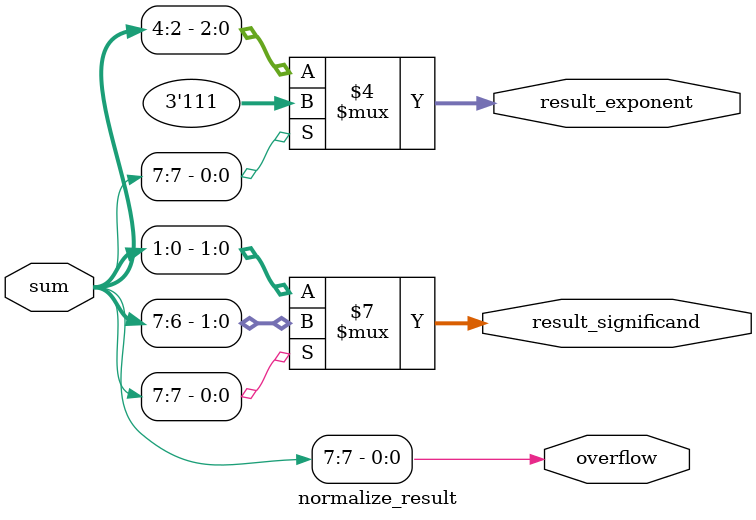
<source format=sv>
/*
Addition and Subtraction Module
Overview:
Input: Two 8-bit Posit numbers for addition or subtraction.
Output: An 8-bit Posit number representing the result of the operation.
Explanation:
  ● Posit Decoders: Two instances of the PositDecoder module decode the Posit inputs into their components.
  ● Total Exponent Calculation: The total exponent is calculated by adding the regime and exponent for each Posit number.
  ● Significand Alignment: The significands are aligned based on their exponents to prepare for arithmetic operations.
  ● Arithmetic Operation: Depending on the add_sub signal, either addition or subtraction is performed.
  ● Normalization: The result is normalized to fit into the Posit format, handling any potential overflow.
*/

module PositAddSub(
    input [7:0] posit1,
    input [7:0] posit2,
    input add_sub, // 0 for addition, 1 for subtraction
    output [7:0] result
);
    wire sign1, sign2;
    wire [2:0] regime1, regime2;
    wire [2:0] exponent1, exponent2;
    wire [1:0] significand1, significand2;

    // Instantiate Posit decoders for both inputs
    PositDecoder decoder1(.posit(posit1), .sign(sign1), .regime(regime1), .exponent(exponent1), .significand(significand1));
    PositDecoder decoder2(.posit(posit2), .sign(sign2), .regime(regime2), .exponent(exponent2), .significand(significand2));

    // Internal signals for the arithmetic process
    wire [2:0] total_exponent1, total_exponent2;
    wire [7:0] aligned_significand1, aligned_significand2;
    wire [7:0] sum;
    wire overflow;
    wire [2:0] result_exponent;
    wire [1:0] result_significand;

    // Calculate total exponent (regime + exponent)
    assign total_exponent1 = regime1 + exponent1;
    assign total_exponent2 = regime2 + exponent2;

    // Align significands based on exponents
    // Considering 8-bit significands for simplicity in alignment
    align_significands align1(.significand(significand1), .exponent_diff(total_exponent1 - total_exponent2), .aligned_significand(aligned_significand1));
    align_significands align2(.significand(significand2), .exponent_diff(total_exponent2 - total_exponent1), .aligned_significand(aligned_significand2));

    // Perform addition or subtraction
    assign sum = add_sub ? (aligned_significand1 - aligned_significand2) : (aligned_significand1 + aligned_significand2);

    // Handle overflow and normalize the result
    normalize_result normalizer(.sum(sum), .overflow(overflow), .result_exponent(result_exponent), .result_significand(result_significand));

    // Construct the result Posit
    assign result = {sign1, result_exponent, result_significand};

endmodule

// Helper modules for alignment and normalization 
module align_significands(
    input [1:0] significand,
    input [2:0] exponent_diff,
    output reg [7:0] aligned_significand
);

    always @(significand or exponent_diff) begin
        if (exponent_diff[2]) begin
            aligned_significand = significand << exponent_diff;
        end
        else begin
            aligned_significand = significand >> -exponent_diff[2:0];
        end

        // Pad with zeros to fit 8-bit aligned significand
        aligned_significand = aligned_significand & 8'hFF;

        // Debug prints
        $display("significand = %b, exponent_diff = %b, aligned_significand = %b", significand, exponent_diff, aligned_significand);
    end

endmodule


module normalize_result(
    input [7:0] sum,
    output reg overflow,
    output reg [2:0] result_exponent,
    output reg [1:0] result_significand
);

    always @(sum) begin
        // Detecting overflow
        overflow = (sum[7] == 1'b1);

        // Normalizing the result
        if (overflow) begin
            // In case of overflow, adjust the result
            result_significand = sum[7:6]; // Take the most significant bits
            result_exponent = 3'b111; // Maximum exponent in case of overflow
        end else begin
            // In the normal case
            result_significand = sum[1:0]; // Take the least significant bits
            result_exponent = sum[4:2]; // Middle bits as exponent
        end
    end

endmodule

</source>
